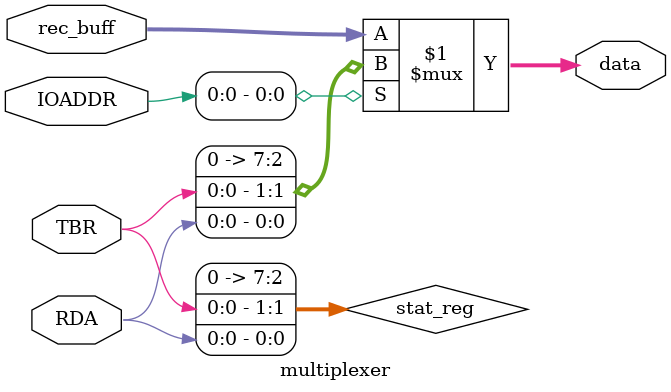
<source format=v>
`timescale 1ns / 1ps
module bus_interface(output [7:0] trans_buff, baud_gen, output trans_load, baud_load, RDA, TBR, inout [7:0] DATABUS, input [7:0] rec_buff, input [1:0] IOADDR, input rec_data_avail, trans_buff_rdy, IOCS, IORW);
  
  // manage interconnect with receive multiplexer and the data to written to the databus
  wire [7:0] write_data, mux_data;
  
  // managing the tristate data bus
  assign write_data = (!IORW && IOCS) ? DATABUS : 8'bz;
  assign DATABUS = (IORW && IOCS && !IOADDR[1]) ? mux_data : 8'bz;
  
  // output to transmitter or baud generator
  assign trans_buff = write_data;
  assign baud_gen = write_data;
  
  // signal transmitter or baud generator to load
  assign baud_load = (!IORW && (IOADDR[1] == 1'b1) && IOCS) ? 1'b1 : 1'b0;
  assign trans_load = (!IORW && (IOADDR == 2'b00) && IOCS) ? 1'b1 : 1'b0;
  
  // receive data available or transmit buffer ready
  assign RDA = rec_data_avail;
  assign TBR = trans_buff_rdy;
  
  // instantiate multiplexer
  multiplexer read_mux(mux_data, rec_buff, IOADDR, RDA, TBR);
endmodule

// multiplexer to control receiver buffer or status register read
module multiplexer(output [7:0] data, input [7:0] rec_buff, input [1:0] IOADDR, input RDA, TBR);
  
  wire [7:0] stat_reg;
  assign stat_reg = {6'b0, TBR, RDA};
  assign data = IOADDR[0] ? stat_reg : rec_buff;
  
endmodule
</source>
